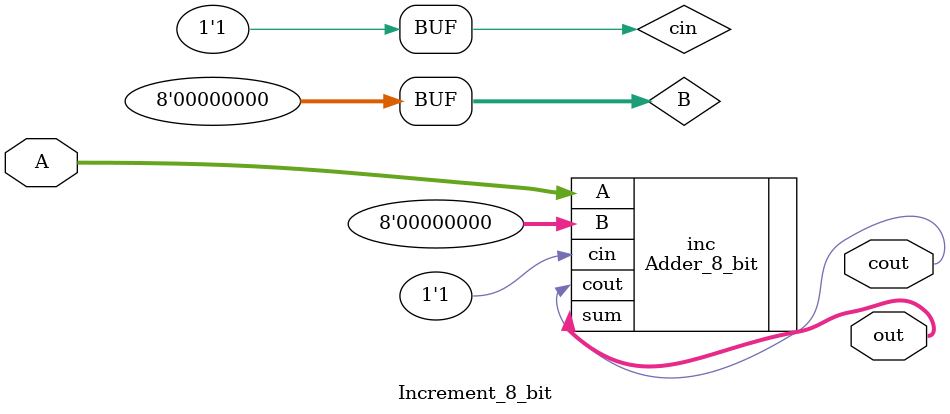
<source format=v>
`timescale 1ns / 1ps

module Increment_8_bit(
input [7:0]A,
output [7:0]out,
output cout
    );
    wire cin = 1'b1;
    wire [7:0]B = 8'b00000000;
    Adder_8_bit inc(.A(A),.B(B),.cin(cin),.sum(out),.cout(cout));
    
endmodule

</source>
